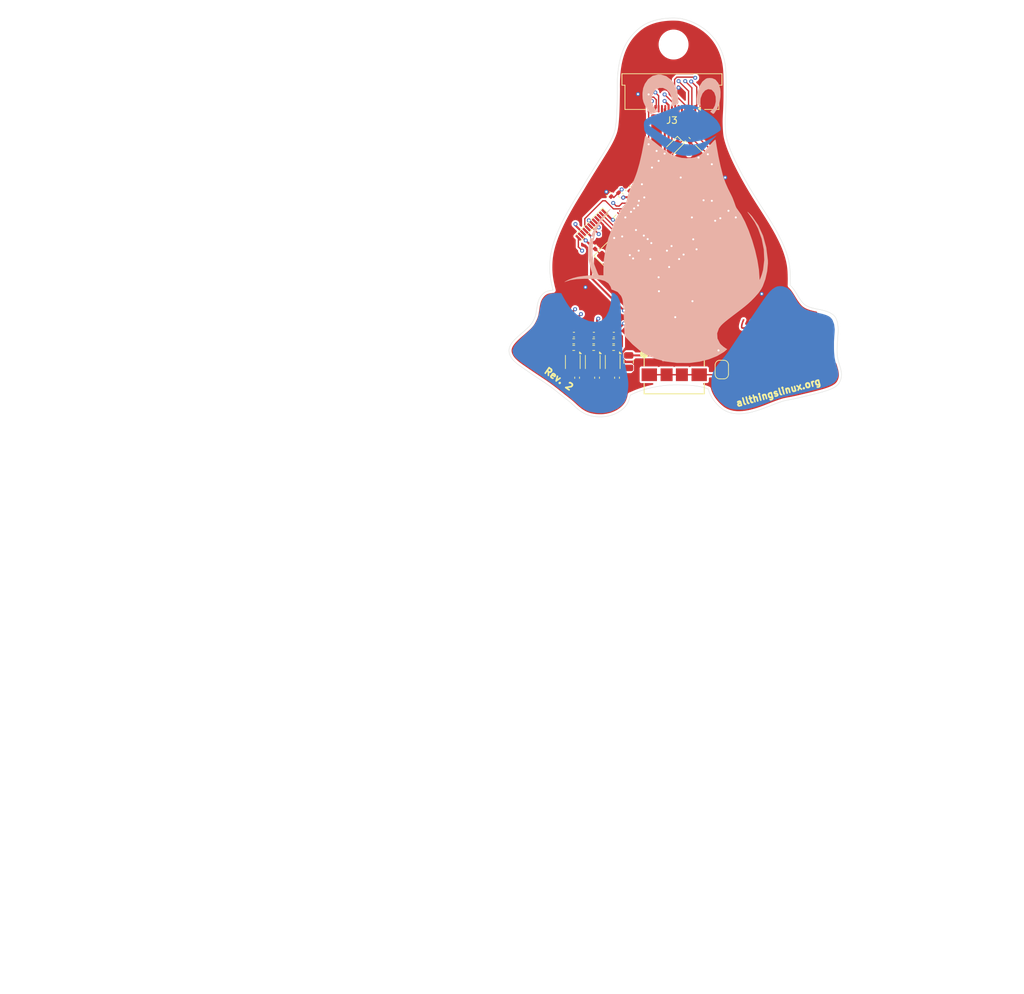
<source format=kicad_pcb>
(kicad_pcb (version 20241229) (generator "pcbnew") (generator_version "9.0")
  (title_block (title "Tux Keychain") (date "2025-05-20") (rev "2") (company "All Things Linux 501(c)(3)"))
  (layers (0 "F.Cu" mixed) (4 "In1.Cu" signal) (6 "In2.Cu" signal) (8 "In3.Cu" signal) (10 "In4.Cu" signal) (2 "B.Cu" signal) (13 "F.Paste" user) (15 "B.Paste" user) (5 "F.SilkS" user "F.Silkscreen") (7 "B.SilkS" user "B.Silkscreen") (1 "F.Mask" user) (3 "B.Mask" user) (25 "Edge.Cuts" user))
  (net 0 "")
  (net 1 "+5V")
  (net 2 "GND")
  (net 3 "+3V3")
  (net 4 "+2V6")
  (net 5 "+1V1")
  (net 6 "/CLKP")
  (net 7 "/CLKN")
  (net 8 "Net-(D1-K)")
  (net 9 "VBUS")
  (net 10 "D-")
  (net 11 "Net-(J1-Shield)")
  (net 13 "D+")
  (net 14 "Net-(U5-FB)")
  (net 15 "Net-(U7-FB)")
  (net 16 "Net-(U8-FB)")
  (net 17 "STATUS")
  (net 18 "Net-(Q2-D)")
  (net 19 "Net-(U4B-SVREF)")
  (net 20 "SPI_CS")
  (net 21 "~{RESET}")
  (net 22 "TVOUT")
  (net 25 "HPR")
  (net 26 "SPI1_CLK")
  (net 28 "SPI1_CS")
  (net 30 "SDC0_CMD{slash}JTAG_TDO")
  (net 31 "SPI1_MOSI")
  (net 34 "SPI_MISO")
  (net 35 "SDC0_D1{slash}JTAG_TMS")
  (net 36 "UART_RX")
  (net 37 "HPCOM")
  (net 41 "SDC0_D2{slash}JTAG_TCK")
  (net 43 "SPI_MOSI")
  (net 45 "SPI_CLK")
  (net 48 "SDC0_D0{slash}JTAG_TDI")
  (net 49 "SPI1_MISO")
  (net 58 "HPL")
  (net 59 "MICIN")
  (net 61 "SDA")
  (net 66 "SCL")
  (net 69 "SDC0_D3")
  (net 73 "UART_TX")
  (net 76 "SDC0_CLK")
  (footprint "Capacitor_SMD:C_0402_1005Metric" (layer "F.Cu") (at 104.75 105.805002 -90)
    (property "Reference" "C23" (hide yes))
    (property "Value" "2u2")
  )
  (footprint "Capacitor_SMD:C_0402_1005Metric" (layer "F.Cu") (at 98.27 99.325002 180)
    (property "Reference" "C20" (hide yes))
    (property "Value" "22u")
  )
  (footprint "LOGO" (layer "F.Cu") (at 124.5 102.2)
    (property "Reference" "G***" (hide yes))
    (property "Value" "LOGO" (hide yes))
  )
  (footprint "LED_SMD:LED_0603_1608Metric" (layer "F.Cu") (at 113.294284 71.066881 -135)
    (property "Reference" "D1" (hide yes))
    (property "Value" "LED (RED)")
  )
  (footprint "Jumper:SolderJumper-2_P1.3mm_Bridged_RoundedPad1.0x1.5mm" (layer "F.Cu") (at 120.5 104.579901 -90)
    (property "Reference" "JP1" (hide yes))
    (property "Value" "jumper")
  )
  (footprint "Capacitor_SMD:C_0402_1005Metric" (layer "F.Cu") (at 101.75 105.805002 -90)
    (property "Reference" "C21" (hide yes))
    (property "Value" "2u2")
  )
  (footprint "Capacitor_SMD:C_0402_1005Metric" (layer "F.Cu") (at 106.316907 77.365435 135)
    (property "Reference" "C13" (hide yes))
    (property "Value" "100n")
  )
  (footprint "tuxkeychain:Jushuo_AFC07-S15FCA-00_1x15-1MP_P0.50_Horizontal" (layer "F.Cu") (at 113 62.45 180)
    (property "Reference" "J3")
    (property "Value" "EXPANSION")
  )
  (footprint "Capacitor_SMD:C_0402_1005Metric" (layer "F.Cu") (at 112.839411 89.539411 -45)
    (property "Reference" "C6" (hide yes))
    (property "Value" "100n")
  )
  (footprint "LOGO" (layer "F.Cu") (at 129.5 103.95)
    (property "Reference" "G***" (hide yes))
    (property "Value" "LOGO" (hide yes))
  )
  (footprint "Capacitor_SMD:C_0402_1005Metric" (layer "F.Cu") (at 115.092102 87.625555 -45)
    (property "Reference" "C7" (hide yes))
    (property "Value" "100n")
  )
  (footprint "Capacitor_SMD:C_0402_1005Metric" (layer "F.Cu") (at 106.034065 89.287256 -135)
    (property "Reference" "C17" (hide yes))
    (property "Value" "30p")
  )
  (footprint "Capacitor_SMD:C_0402_1005Metric" (layer "F.Cu") (at 104.27 99.325002 180)
    (property "Reference" "C22" (hide yes))
    (property "Value" "22u")
  )
  (footprint "Crystal:Crystal_SMD_3225-4Pin_3.2x2.5mm" (layer "F.Cu") (at 103.933957 87.710408 -45)
    (property "Reference" "Y1" (hide yes))
    (property "Value" "24MHz")
  )
  (footprint "Capacitor_SMD:C_0402_1005Metric" (layer "F.Cu") (at 101.798496 86.098205 45)
    (property "Reference" "C18" (hide yes))
    (property "Value" "30p")
  )
  (footprint "Resistor_SMD:R_0402_1005Metric" (layer "F.Cu") (at 98.240001 100.325002)
    (property "Reference" "R13" (hide yes))
    (property "Value" "150k")
  )
  (footprint "tuxkeychain:SolderPads12" (layer "F.Cu") (at 100.883883 82.816117 -135)
    (property "Reference" "J5" (hide yes))
    (property "Value" "Solder Pads")
  )
  (footprint "Resistor_SMD:R_0402_1005Metric" (layer "F.Cu") (at 104.240001 100.325002)
    (property "Reference" "R15" (hide yes))
    (property "Value" "150k")
  )
  (footprint "Capacitor_SMD:C_0402_1005Metric" (layer "F.Cu") (at 116.980078 85.765864 -45)
    (property "Reference" "C8" (hide yes))
    (property "Value" "100n")
  )
  (footprint "Package_SON:WSON-6-1EP_2x2mm_P0.65mm_EP1x1.6mm" (layer "F.Cu") (at 104.1 103.437502 -90)
    (property "Reference" "U7" (hide yes))
    (property "Value" "TLV76701DRVx")
  )
  (footprint "Resistor_SMD:R_0402_1005Metric" (layer "F.Cu") (at 115.389087 70.032738 135)
    (property "Reference" "R10" (hide yes))
    (property "Value" "120")
  )
  (footprint "Symbol:OSHW-Symbol_6.7x6mm_Copper" (layer "F.Cu") (at 125.75 106.2)
    (property "Reference" "REF**" (hide yes))
    (property "Value" "OSHW-Symbol_6.7x6mm_Copper" (hide yes))
  )
  (footprint "Capacitor_SMD:C_0402_1005Metric" (layer "F.Cu") (at 105.185536 84.903194 -135)
    (property "Reference" "C5" (hide yes))
    (property "Value" "100n")
  )
  (footprint "Button_Switch_SMD:SW_SPST_B3U-1000P" (layer "F.Cu") (at 118 90.2 -45)
    (property "Reference" "SW1" (hide yes))
    (property "Value" "B3U-1000P")
  )
  (footprint "tuxkeychain:CONN_10104111-0001LF_AMP" (layer "F.Cu") (at 113.35 105.2299)
    (property "Reference" "J1" (hide yes))
    (property "Value" "Amphenol_10104111")
  )
  (footprint "LOGO" (layer "F.Cu") (at 128.735468 100.826499 -90)
    (property "Reference" "G***" (hide yes))
    (property "Value" "LOGO" (hide yes))
  )
  (footprint "Package_TO_SOT_SMD:SOT-23" (layer "F.Cu") (at 115.928256 72.410385 135)
    (property "Reference" "Q2" (hide yes))
    (property "Value" "2N7002")
  )
  (footprint "Capacitor_SMD:C_0402_1005Metric" (layer "F.Cu") (at 98.75 105.805002 -90)
    (property "Reference" "C19" (hide yes))
    (property "Value" "2u2")
  )
  (footprint "Capacitor_SMD:C_0402_1005Metric" (layer "F.Cu") (at 114.420351 88.297306 -45)
    (property "Reference" "C14" (hide yes))
    (property "Value" "100n")
  )
  (footprint "Resistor_SMD:R_0402_1005Metric" (layer "F.Cu") (at 110.490001 92.7)
    (property "Reference" "R9" (hide yes))
    (property "Value" "3k3")
  )
  (footprint "Capacitor_SMD:C_0402_1005Metric" (layer "F.Cu") (at 106.988659 76.693684 135)
    (property "Reference" "C16" (hide yes))
    (property "Value" "1u")
  )
  (footprint "Resistor_SMD:R_0402_1005Metric" (layer "F.Cu") (at 101.240001 101.325002)
    (property "Reference" "R18" (hide yes))
    (property "Value" "330k")
  )
  (footprint "Capacitor_SMD:C_0402_1005Metric" (layer "F.Cu") (at 101.27 99.325002 180)
    (property "Reference" "C24" (hide yes))
    (property "Value" "22u")
  )
  (footprint "Resistor_SMD:R_0402_1005Metric" (layer "F.Cu") (at 98.240001 101.325002)
    (property "Reference" "R14" (hide yes))
    (property "Value" "470k")
  )
  (footprint "Package_SO:SOIC-8_5.3x5.3mm_P1.27mm" (layer "F.Cu") (at 112.5 96.2)
    (property "Reference" "U6" (hide yes))
    (property "Value" "W25Q128JVS")
  )
  (footprint "Capacitor_SMD:C_0402_1005Metric" (layer "F.Cu") (at 107.731121 75.951222 135)
    (property "Reference" "C15" (hide yes))
    (property "Value" "1u")
  )
  (footprint "Resistor_SMD:R_0402_1005Metric" (layer "F.Cu") (at 114.681981 75.336039 -135)
    (property "Reference" "R11" (hide yes))
    (property "Value" "49k9")
  )
  (footprint "tuxkeychain:QFN-88_EP_10x10_Pitch0.4mm" (layer "F.Cu") (at 111.5 81.7 -135)
    (property "Reference" "U4" (hide yes))
    (property "Value" "F1C100s")
  )
  (footprint "Resistor_SMD:R_0402_1005Metric" (layer "F.Cu") (at 105.326958 78.355385 135)
    (property "Reference" "R7" (hide yes))
    (property "Value" "2k2")
  )
  (footprint "Capacitor_SMD:C_0402_1005Metric" (layer "F.Cu") (at 113.28898 73.971323 45)
    (property "Reference" "C12" (hide yes))
    (property "Value" "100n")
  )
  (footprint "Fuse:Fuse_0805_2012Metric" (layer "F.Cu") (at 106.5 103.387501 -90)
    (property "Reference" "F1" (hide yes))
    (property "Value" "SMD0805B050TF")
  )
  (footprint "Package_SON:WSON-6-1EP_2x2mm_P0.65mm_EP1x1.6mm" (layer "F.Cu") (at 101.1 103.437502 -90)
    (property "Reference" "U8" (hide yes))
    (property "Value" "TLV76701DRVx")
  )
  (footprint "Capacitor_SMD:C_0402_1005Metric" (layer "F.Cu") (at 118.097306 78.779649 45)
    (property "Reference" "C3" (hide yes))
    (property "Value" "2u2")
  )
  (footprint "Resistor_SMD:R_0402_1005Metric" (layer "F.Cu") (at 104.240001 101.325002)
    (property "Reference" "R16" (hide yes))
    (property "Value" "56k")
  )
  (footprint "Resistor_SMD:R_0402_1005Metric" (layer "F.Cu") (at 103.5 78.2 135)
    (property "Reference" "R8" (hide yes))
    (property "Value" "2k2")
  )
  (footprint "Resistor_SMD:R_0402_1005Metric" (layer "F.Cu") (at 101.240001 100.325002)
    (property "Reference" "R17" (hide yes))
    (property "Value" "150k")
  )
  (footprint "Capacitor_SMD:C_0402_1005Metric" (layer "F.Cu") (at 113.960732 74.643074 45)
    (property "Reference" "C4" (hide yes))
    (property "Value" "100n")
  )
  (footprint "LOGO" (layer "F.Cu") (at 135 98.45)
    (property "Reference" "G***" (hide yes))
    (property "Value" "LOGO" (hide yes))
  )
  (footprint "Package_SON:WSON-6-1EP_2x2mm_P0.65mm_EP1x1.6mm" (layer "F.Cu") (at 98.1 103.437502 -90)
    (property "Reference" "U5" (hide yes))
    (property "Value" "TLV76701DRVx")
  )
  (footprint "LOGO" (layer "F.Cu") (at 134.75 103.45)
    (property "Reference" "G***" (hide yes))
    (property "Value" "LOGO" (hide yes))
  )
  (footprint "Resistor_SMD:R_0402_1005Metric" (layer "F.Cu") (at 115.75 86.95 135)
    (property "Reference" "R12" (hide yes))
    (property "Value" "49k9")
  )
  (footprint "Graphics" (layer "B.Cu") (at 138.5 51.7 180)
    (property "Reference" "GRAPHIC3" (hide yes))
    (property "Value" "")
  )
  (footprint "Graphics" (layer "B.Cu") (at 138.5 51.7 180)
    (property "Reference" "GRAPHIC2" (hide yes))
    (property "Value" "")
  )
  (footprint "DrillHole" (layer "B.Cu") (at 113.25 55.7 180)
    (property "Reference" "GRAPHIC1" (hide yes))
    (property "Value" "")
  )
  (gr_poly (pts (xy 112.971 51.702) (xy 113.289 51.7) (xy 113.576 51.707) (xy 113.828 51.719) (xy 114.042 51.735) (xy 114.043 51.735) (xy 114.182 51.752) (xy 114.355 51.78) (xy 114.558 51.821) (xy 114.789 51.876) (xy 115.044 51.946) (xy 115.322 52.032) (xy 115.619 52.136) (xy 115.932 52.258) (xy 116.258 52.399) (xy 116.594 52.561) (xy 116.938 52.745) (xy 117.286 52.952) (xy 117.636 53.183) (xy 117.985 53.438) (xy 118.33 53.72) (xy 118.667 54.029) (xy 118.995 54.366) (xy 119.309 54.733) (xy 119.608 55.13) (xy 119.888 55.559) (xy 120.147 56.02) (xy 120.231 56.189) (xy 120.425 56.61) (xy 120.598 57.055) (xy 120.751 57.525) (xy 120.881 58.022) (xy 120.986 58.545) (xy 121.065 59.095) (xy 121.115 59.673) (xy 121.135 60.16) (xy 121.145 60.752) (xy 121.152 61.303) (xy 121.157 61.816) (xy 121.159 62.292) (xy 121.159 62.734) (xy 121.158 63.142) (xy 121.154 63.52) (xy 121.149 63.869) (xy 121.143 64.191) (xy 121.135 64.488) (xy 121.127 64.762) (xy 121.117 65.016) (xy 121.107 65.25) (xy 121.097 65.467) (xy 121.087 65.669) (xy 121.076 65.857) (xy 121.066 66.035) (xy 121.056 66.203) (xy 121.047 66.364) (xy 121.039 66.52) (xy 121.032 66.672) (xy 121.026 66.823) (xy 121.021 66.975) (xy 121.018 67.129) (xy 121.017 67.287) (xy 121.018 67.452) (xy 121.021 67.625) (xy 121.026 67.809) (xy 121.034 68.005) (xy 121.045 68.215) (xy 121.059 68.442) (xy 121.076 68.686) (xy 121.097 68.951) (xy 121.103 69.023) (xy 121.145 69.365) (xy 121.217 69.735) (xy 121.315 70.127) (xy 121.438 70.54) (xy 121.584 70.972) (xy 121.749 71.418) (xy 121.934 71.877) (xy 122.133 72.346) (xy 122.347 72.822) (xy 122.572 73.302) (xy 122.682 73.528) (xy 122.936 74.039) (xy 123.197 74.546) (xy 123.461 75.046) (xy 123.727 75.537) (xy 123.991 76.013) (xy 124.251 76.473) (xy 124.505 76.913) (xy 124.749 77.33) (xy 124.981 77.72) (xy 125.199 78.08) (xy 125.4 78.407) (xy 125.449 78.487) (xy 125.945 79.274) (xy 126.455 80.069) (xy 126.969 80.87) (xy 127.482 81.678) (xy 127.984 82.49) (xy 128.468 83.308) (xy 128.926 84.131) (xy 129.35 84.957) (xy 129.402 85.065) (xy 129.688 85.677) (xy 129.947 86.292) (xy 130.177 86.907) (xy 130.374 87.524) (xy 130.536 88.142) (xy 130.66 88.761) (xy 130.684 88.913) (xy 130.737 89.346) (xy 130.775 89.809) (xy 130.798 90.295) (xy 130.81 90.797) (xy 130.81 91.305) (xy 130.802 91.812) (xy 130.799 91.933) (xy 131.037 92.171) (xy 131.254 92.436) (xy 131.457 92.724) (xy 131.652 93.027) (xy 131.843 93.34) (xy 132.038 93.658) (xy 132.242 93.974) (xy 132.462 94.284) (xy 132.703 94.58) (xy 132.738 94.619) (xy 132.918 94.788) (xy 133.13 94.933) (xy 133.369 95.059) (xy 133.633 95.167) (xy 133.919 95.261) (xy 134.224 95.344) (xy 134.546 95.419) (xy 134.881 95.489) (xy 135.228 95.558) (xy 135.304 95.574) (xy 135.593 95.636) (xy 135.88 95.71) (xy 136.162 95.796) (xy 136.433 95.895) (xy 136.69 96.005) (xy 136.927 96.128) (xy 137.14 96.263) (xy 137.325 96.411) (xy 137.477 96.571) (xy 137.561 96.69) (xy 137.666 96.886) (xy 137.787 97.168) (xy 137.875 97.471) (xy 137.935 97.792) (xy 137.971 98.13) (xy 137.986 98.481) (xy 137.984 98.845) (xy 137.969 99.219) (xy 137.945 99.6) (xy 137.916 99.986) (xy 137.885 100.376) (xy 137.857 100.766) (xy 137.836 101.156) (xy 137.824 101.542) (xy 137.826 101.923) (xy 137.847 102.296) (xy 137.889 102.66) (xy 137.956 103.011) (xy 137.958 103.019) (xy 138.052 103.377) (xy 138.154 103.729) (xy 138.257 104.074) (xy 138.352 104.411) (xy 138.43 104.742) (xy 138.482 105.065) (xy 138.5 105.347) (xy 138.49 105.572) (xy 138.457 105.803) (xy 138.395 106.042) (xy 138.3 106.292) (xy 138.169 106.552) (xy 138.168 106.553) (xy 138.032 106.752) (xy 137.858 106.936) (xy 137.648 107.106) (xy 137.401 107.264) (xy 137.121 107.412) (xy 136.807 107.551) (xy 136.462 107.683) (xy 136.425 107.696) (xy 135.991 107.839) (xy 135.517 107.978) (xy 135.006 108.116) (xy 134.458 108.255) (xy 133.876 108.397) (xy 133.364 108.521) (xy 132.945 108.621) (xy 131.997 108.847) (xy 131.306 108.998) (xy 131.095 109.042) (xy 130.919 109.077) (xy 130.769 109.105) (xy 130.64 109.129) (xy 130.562 109.143) (xy 130.426 109.168) (xy 130.297 109.192) (xy 130.173 109.217) (xy 130.051 109.243) (xy 129.927 109.271) (xy 129.799 109.304) (xy 129.663 109.342) (xy 129.516 109.385) (xy 129.356 109.436) (xy 129.18 109.496) (xy 128.984 109.565) (xy 128.765 109.644) (xy 128.52 109.736) (xy 128.247 109.84) (xy 127.942 109.959) (xy 127.603 110.093) (xy 127.431 110.161) (xy 126.879 110.377) (xy 126.29 110.591) (xy 125.798 110.753) (xy 125.379 110.879) (xy 124.949 110.993) (xy 124.511 111.09) (xy 124.069 111.166) (xy 123.623 111.218) (xy 123.178 111.242) (xy 122.735 111.233) (xy 122.297 111.188) (xy 122.138 111.161) (xy 121.782 111.08) (xy 121.434 110.967) (xy 121.098 110.822) (xy 120.774 110.64) (xy 120.463 110.421) (xy 120.441 110.404) (xy 120.097 110.107) (xy 119.767 109.776) (xy 119.459 109.421) (xy 119.181 109.049) (xy 119.04 108.835) (xy 118.831 108.47) (xy 118.775 108.357) (xy 118.623 108.009) (xy 118.595 107.932) (xy 118.495 107.607) (xy 118.476 107.526) (xy 118.373 107.476) (xy 118.25 107.425) (xy 118.105 107.371) (xy 117.938 107.317) (xy 117.747 107.262) (xy 117.53 107.208) (xy 117.286 107.156) (xy 117.013 107.106) (xy 116.71 107.059) (xy 116.375 107.015) (xy 116.007 106.976) (xy 115.603 106.943) (xy 115.163 106.915) (xy 114.685 106.894) (xy 114.168 106.881) (xy 113.93 106.878) (xy 113.338 106.882) (xy 112.765 106.906) (xy 112.212 106.946) (xy 111.681 107.003) (xy 111.172 107.072) (xy 110.686 107.153) (xy 110.224 107.244) (xy 109.787 107.342) (xy 109.376 107.446) (xy 108.991 107.553) (xy 108.633 107.663) (xy 108.304 107.772) (xy 108.003 107.878) (xy 107.733 107.981) (xy 107.494 108.078) (xy 107.286 108.166) (xy 107.111 108.245) (xy 106.969 108.311) (xy 106.862 108.364) (xy 106.79 108.401) (xy 106.754 108.42) (xy 106.75 108.423) (xy 106.748 108.39) (xy 106.665 108.784) (xy 106.612 108.978) (xy 106.49 109.315) (xy 106.334 109.634) (xy 106.272 109.739) (xy 106.087 110.004) (xy 105.866 110.261) (xy 105.7 110.427) (xy 105.405 110.678) (xy 105.071 110.912) (xy 104.785 111.08) (xy 104.408 111.261) (xy 104 111.416) (xy 103.685 111.51) (xy 103.261 111.606) (xy 102.813 111.67) (xy 102.498 111.694) (xy 102.037 111.7) (xy 101.56 111.67) (xy 101.262 111.633) (xy 100.878 111.561) (xy 100.524 111.466) (xy 100.197 111.349) (xy 99.895 111.213) (xy 99.612 111.059) (xy 99.495 110.988) (xy 99.143 110.745) (xy 98.817 110.483) (xy 98.505 110.208) (xy 98.25 109.974) (xy 98.238 109.963) (xy 97.883 109.638) (xy 97.509 109.322) (xy 97.428 109.259) (xy 97.088 108.996) (xy 96.887 108.837) (xy 96.733 108.716) (xy 96.605 108.614) (xy 96.495 108.527) (xy 96.396 108.447) (xy 96.353 108.412) (xy 95.587 107.801) (xy 95.048 107.382) (xy 94.475 106.958) (xy 93.87 106.534) (xy 93.582 106.343) (xy 93.159 106.065) (xy 92.718 105.772) (xy 92.307 105.498) (xy 91.61 105.028) (xy 90.962 104.582) (xy 90.717 104.414) (xy 90.46 104.238) (xy 90.197 104.053) (xy 89.934 103.858) (xy 89.677 103.654) (xy 89.431 103.44) (xy 89.202 103.215) (xy 88.997 102.98) (xy 88.822 102.733) (xy 88.692 102.495) (xy 88.595 102.27) (xy 88.53 102.036) (xy 88.5 101.792) (xy 88.502 101.625) (xy 88.538 101.385) (xy 88.612 101.15) (xy 88.722 100.918) (xy 88.862 100.688) (xy 89.03 100.461) (xy 89.221 100.237) (xy 89.431 100.015) (xy 89.658 99.794) (xy 89.895 99.575) (xy 90.141 99.358) (xy 90.391 99.141) (xy 90.641 98.925) (xy 90.747 98.833) (xy 91.003 98.608) (xy 91.252 98.383) (xy 91.487 98.158) (xy 91.701 97.932) (xy 91.885 97.705) (xy 92.008 97.521) (xy 92.121 97.32) (xy 92.235 97.096) (xy 92.343 96.861) (xy 92.437 96.623) (xy 92.51 96.394) (xy 92.548 96.233) (xy 92.611 95.862) (xy 92.665 95.511) (xy 92.715 95.18) (xy 92.769 94.866) (xy 92.834 94.568) (xy 92.917 94.284) (xy 93.023 94.012) (xy 93.162 93.751) (xy 93.249 93.617) (xy 93.417 93.395) (xy 93.584 93.212) (xy 93.754 93.062) (xy 93.931 92.944) (xy 94.119 92.851) (xy 94.322 92.781) (xy 94.544 92.729) (xy 94.789 92.691) (xy 94.829 92.687) (xy 95.133 92.643) (xy 95.007 92.145) (xy 94.9 91.679) (xy 94.812 91.238) (xy 94.743 90.818) (xy 94.69 90.412) (xy 94.653 90.014) (xy 94.632 89.62) (xy 94.625 89.222) (xy 94.63 88.817) (xy 94.648 88.397) (xy 94.652 88.34) (xy 94.707 87.738) (xy 94.801 87.128) (xy 94.933 86.509) (xy 95.1 85.881) (xy 95.3 85.246) (xy 95.531 84.603) (xy 95.79 83.954) (xy 96.077 83.299) (xy 96.388 82.638) (xy 96.721 81.972) (xy 97.075 81.301) (xy 97.446 80.626) (xy 97.834 79.948) (xy 98.236 79.267) (xy 98.65 78.583) (xy 99.073 77.897) (xy 99.397 77.38) (xy 99.784 76.734) (xy 100.172 76.097) (xy 100.558 75.472) (xy 100.939 74.862) (xy 101.312 74.267) (xy 101.675 73.692) (xy 102.025 73.137) (xy 102.36 72.606) (xy 102.675 72.1) (xy 102.969 71.622) (xy 103.238 71.175) (xy 103.262 71.134) (xy 103.463 70.785) (xy 103.642 70.462) (xy 103.802 70.159) (xy 103.945 69.867) (xy 104.076 69.578) (xy 104.197 69.285) (xy 104.312 68.981) (xy 104.338 68.907) (xy 104.403 68.691) (xy 104.461 68.435) (xy 104.514 68.137) (xy 104.561 67.798) (xy 104.603 67.418) (xy 104.64 66.996) (xy 104.672 66.532) (xy 104.7 66.027) (xy 104.724 65.48) (xy 104.744 64.891) (xy 104.76 64.259) (xy 104.774 63.586) (xy 104.784 62.87) (xy 104.79 62.418) (xy 104.783 61.703) (xy 104.797 61.022) (xy 104.833 60.376) (xy 104.887 59.763) (xy 104.961 59.182) (xy 105.053 58.631) (xy 105.162 58.11) (xy 105.287 57.618) (xy 105.428 57.153) (xy 105.584 56.714) (xy 105.753 56.3) (xy 105.936 55.91) (xy 106.131 55.543) (xy 106.338 55.198) (xy 106.555 54.873) (xy 106.782 54.567) (xy 107.018 54.28) (xy 107.262 54.009) (xy 107.513 53.755) (xy 107.771 53.515) (xy 108.035 53.29) (xy 108.214 53.145) (xy 108.591 52.875) (xy 108.986 52.64) (xy 109.394 52.437) (xy 109.811 52.264) (xy 110.234 52.119) (xy 110.657 52) (xy 111.078 51.905) (xy 111.492 51.83) (xy 111.895 51.775) (xy 112.283 51.737) (xy 112.651 51.713) (xy 112.971 51.702)) (stroke (width 0.05)) (fill no) (layer "Edge.Cuts"))
  (gr_text "allthingslinux.org\n" (at 129 108 15) (layer "F.SilkS") (effects (font (size 1 1) (thickness 0.25) (bold yes))))
  (gr_text "Rev. ${REVISION}" (at 96 106 325) (layer "F.SilkS") (effects (font (size 1 1) (thickness 0.25) (bold yes))))
  (segment (start 97.45 104.325002) (end 97.45 104.775002) (width 0.3) (layer "F.Cu") (net 1))
  (segment (start 104 105.325002) (end 104.75 105.325002) (width 0.3) (layer "F.Cu") (net 1))
  (segment (start 103.45 104.325002) (end 103.45 104.775002) (width 0.3) (layer "F.Cu") (net 1))
  (segment (start 106.5 104.325002) (end 104.75 104.325002) (width 0.3) (layer "F.Cu") (net 1))
  (segment (start 96.75 97.2) (end 98.447343 95.502657) (width 0.3) (layer "F.Cu") (net 1))
  (segment (start 97.45 104.325002) (end 96.875002 104.325002) (width 0.3) (layer "F.Cu") (net 1))
  (segment (start 104.75 104.325002) (end 104.75 105.325002) (width 0.3) (layer "F.Cu") (net 1))
  (segment (start 101.75 105.325002) (end 101.75 104.325002) (width 0.3) (layer "F.Cu") (net 1))
  (segment (start 98.75 105.325002) (end 98.75 104.325002) (width 0.3) (layer "F.Cu") (net 1))
  (segment (start 96.875002 104.325002) (end 96.75 104.2) (width 0.3) (layer "F.Cu") (net 1))
  (segment (start 103.45 104.775002) (end 104 105.325002) (width 0.3) (layer "F.Cu") (net 1))
  (segment (start 101 84.7) (end 100 83.7) (width 0.3) (layer "F.Cu") (net 1))
  (segment (start 97.45 104.775002) (end 98 105.325002) (width 0.3) (layer "F.Cu") (net 1))
  (segment (start 101.75 104.325002) (end 103.45 104.325002) (width 0.3) (layer "F.Cu") (net 1))
  (segment (start 101 105.325002) (end 101.75 105.325002) (width 0.3) (layer "F.Cu") (net 1))
  (segment (start 98 105.325002) (end 98.75 105.325002) (width 0.3) (layer "F.Cu") (net 1))
  (segment (start 98.75 104.325002) (end 100.45 104.325002) (width 0.3) (layer "F.Cu") (net 1))
  (segment (start 111.928 72.072) (end 111.928 65.422) (width 0.3) (layer "F.Cu") (net 1))
  (segment (start 100.45 104.325002) (end 100.45 104.775002) (width 0.3) (layer "F.Cu") (net 1))
  (segment (start 96.75 104.2) (end 96.75 97.2) (width 0.3) (layer "F.Cu") (net 1))
  (segment (start 111.9 72.1) (end 111.928 72.072) (width 0.3) (layer "F.Cu") (net 1))
  (segment (start 111.928 65.422) (end 112 65.35) (width 0.3) (layer "F.Cu") (net 1))
  (segment (start 100.45 104.775002) (end 101 105.325002) (width 0.3) (layer "F.Cu") (net 1))
  (via (at 98.447343 95.502657) (size 0.6) (drill 0.3) (layers "F.Cu" "B.Cu") (net 1))
  (via (at 101 84.7) (size 0.6) (drill 0.3) (layers "F.Cu" "B.Cu") (net 1))
  (via (at 111.9 72.1) (size 0.6) (drill 0.3) (layers "F.Cu" "B.Cu") (net 1))
  (segment (start 117.26292 72.401546) (end 117.232233 72.432233) (width 0.3) (layer "F.Cu") (net 2))
  (segment (start 105.694654 89.626667) (end 104.648135 89.626667) (width 0.3) (layer "F.Cu") (net 2))
  (segment (start 98.1 103.437502) (end 104.1 103.437502) (width 0.3) (layer "F.Cu") (net 2))
  (segment (start 116 81.7) (end 111.5 81.7) (width 0.3) (layer "F.Cu") (net 2))
  (segment (start 111.5 83.6403) (end 113.994673 86.134974) (width 0.3) (layer "F.Cu") (net 2))
  (segment (start 107.451 103.869566) (end 107.451 104.780438) (width 0.3) (layer "F.Cu") (net 2))
  (segment (start 117.368986 82.76066) (end 112.56066 82.76066) (width 0.3) (layer "F.Cu") (net 2))
  (segment (start 117.368986 82.76066) (end 117.086144 83.043503) (width 0.3) (layer "F.Cu") (net 2))
  (segment (start 116.844847 72.819619) (end 114.440684 72.819619) (width 0.3) (layer "F.Cu") (net 2))
  (segment (start 105.549 102.905436) (end 105.549 101.994564) (width 0.3) (layer "F.Cu") (net 2))
  (segment (start 103.209002 99.906) (end 103.79 99.325002) (width 0.3) (layer "F.Cu") (net 2))
  (segment (start 117.319489 86.105275) (end 119.202082 87.987868) (width 0.3) (layer "F.Cu") (net 2))
  (segment (start 101.767766 81.932234) (end 102.651 82.815468) (width 0.3) (layer "F.Cu") (net 2))
  (segment (start 98.1 103.437502) (end 97.209002 102.546504) (width 0.3) (layer "F.Cu") (net 2))
  (segment (start 104.150717 76.828035) (end 105.779507 76.828035) (width 0.3) (layer "F.Cu") (net 2))
  (segment (start 97.209002 99.906) (end 97.79 99.325002) (width 0.3) (layer "F.Cu") (net 2))
  (segment (start 103.79 98.724239) (end 103.79 99.325002) (width 0.3) (layer "F.Cu") (net 2))
  (segment (start 107.018936 103.437502) (end 107.451 103.869566) (width 0.3) (layer "F.Cu") (net 2))
  (segment (start 112.56066 82.76066) (end 111.5 81.7) (width 0.3) (layer "F.Cu") (net 2))
  (segment (start 104.75 100.285002) (end 103.79 99.325002) (width 0.3) (layer "F.Cu") (net 2))
  (segment (start 114.65 102.5097) (end 114.65 103.263399) (width 0.3) (layer "F.Cu") (net 2))
  (segment (start 104.1 103.437502) (end 107.018936 103.437502) (width 0.3) (layer "F.Cu") (net 2))
  (segment (start 110.156497 87.286144) (end 111.887053 89.0167) (width 0.3) (layer "F.Cu") (net 2))
  (segment (start 117.525127 91.402082) (end 114.759762 88.636717) (width 0.3) (layer "F.Cu") (net 2))
  (segment (start 105.518227 96.996012) (end 103.79 98.724239) (width 0.3) (layer "F.Cu") (net 2))
  (segment (start 105.694654 89.626667) (end 107.5 91.432013) (width 0.3) (layer "F.Cu") (net 2))
  (segment (start 105.946436 106.285002) (end 104.75 106.285002) (width 0.3) (layer "F.Cu") (net 2))
  (segment (start 100.209002 99.906) (end 100.79 99.325002) (width 0.3) (layer "F.Cu") (net 2))
  (segment (start 105.549 101.994564) (end 108.9125 98.631064) (width 0.3) (layer "F.Cu") (net 2))
  (segment (start 114.300143 74.303663) (end 113.628391 73.631912) (width 0.3) (layer "F.Cu") (net 2))
  (segment (start 111.5 81.7) (end 111.5 83.6403) (width 0.3) (layer "F.Cu") (net 2))
  (segment (start 98.75 100.285002) (end 97.79 99.325002) (width 0.3) (layer "F.Cu") (net 2))
  (segment (start 119.202082 87.987868) (end 119.202082 91.402082) (width 0.3) (layer "F.Cu") (net 2))
  (segment (start 108.9125 98.105) (end 107.166523 98.105) (width 0.3) (layer "F.Cu") (net 2))
  (segment (start 107.451 104.780438) (end 105.946436 106.285002) (width 0.3) (layer "F.Cu") (net 2))
  (segment (start 114.759762 88.636717) (end 115.431513 87.964966) (width 0.3) (layer "F.Cu") (net 2))
  (segment (start 107.166523 98.105) (end 106.057535 96.996012) (width 0.3) (layer "F.Cu") (net 2))
  (segment (start 107.5 91.432013) (end 107.5 97.771523) (width 0.3) (layer "F.Cu") (net 2))
  (segment (start 102.651 82.815468) (end 102.651 85.245701) (width 0.3) (layer "F.Cu") (net 2))
  (segment (start 116.070202 103.929902) (end 114.65 102.5097) (width 0.3) (layer "F.Cu") (net 2))
  (segment (start 106.057535 96.996012) (end 105.518227 96.996012) (width 0.3) (layer "F.Cu") (net 2))
  (segment (start 112.385448 89.878822) (end 113.178822 89.878822) (width 0.3) (layer "F.Cu") (net 2))
  (segment (start 107.39171 75.611811) (end 105.977496 77.026024) (width 0.3) (layer "F.Cu") (net 2))
  (segment (start 103.139376 77.839376) (end 104.150717 76.828035) (width 0.3) (layer "F.Cu") (net 2))
  (segment (start 120.5 103.929902) (end 116.070202 103.929902) (width 0.3) (layer "F.Cu") (net 2))
  (segment (start 104.771262 85.242605) (end 104.323948 84.795291) (width 0.3) (layer "F.Cu") (net 2))
  (segment (start 111.887053 89.380427) (end 112.385448 89.878822) (width 0.3) (layer "F.Cu") (net 2))
  (segment (start 119.202082 91.402082) (end 117.525127 91.402082) (width 0.3) (layer "F.Cu") (net 2))
  (segment (start 117.651829 80.922183) (end 116.874012 81.7) (width 0.3) (layer "F.Cu") (net 2))
  (segment (start 103.209002 102.546504) (end 103.209002 99.906) (width 0.3) (layer "F.Cu") (net 2))
  (segment (start 114.65 103.263399) (end 114.454199 103.4592) (width 0.3) (layer "F.Cu") (net 2))
  (segment (start 104.1 103.437502) (end 103.209002 102.546504) (width 0.3) (layer "F.Cu") (net 2))
  (segment (start 108.9125 98.631064) (end 108.9125 98.105) (width 0.3) (layer "F.Cu") (net 2))
  (segment (start 104.75 100.325002) (end 104.75 100.285002) (width 0.3) (layer "F.Cu") (net 2))
  (segment (start 102.651 85.245701) (end 102.137907 85.758794) (width 0.3) (layer "F.Cu") (net 2))
  (segment (start 117.086144 83.043503) (end 116.803301 83.326346) (width 0.3) (layer "F.Cu") (net 2))
  (segment (start 111.5 66.7) (end 111 67.2) (width 0.3) (layer "F.Cu") (net 2))
  (segment (start 101.75 100.285002) (end 100.79 99.325002) (width 0.3) (layer "F.Cu") (net 2))
  (segment (start 101.1 103.437502) (end 100.209002 102.546504) (width 0.3) (layer "F.Cu") (net 2))
  (segment (start 105.779507 76.828035) (end 105.977496 77.026024) (width 0.3) (layer "F.Cu") (net 2))
  (segment (start 98.1 104.325002) (end 98.1 103.437502) (width 0.3) (layer "F.Cu") (net 2))
  (segment (start 116.237615 83.892031) (end 114.045584 81.7) (width 0.3) (layer "F.Cu") (net 2))
  (segment (start 104.846125 85.242605) (end 104.771262 85.242605) (width 0.3) (layer "F.Cu") (net 2))
  (segment (start 114.045584 81.7) (end 111.5 81.7) (width 0.3) (layer "F.Cu") (net 2))
  (segment (start 111.5 65.35) (end 111.5 66.7) (width 0.3) (layer "F.Cu") (net 2))
  (segment (start 104.75 106.285002) (end 98.75 106.285002) (width 0.3) (layer "F.Cu") (net 2))
  (segment (start 117.232233 72.432233) (end 116.844847 72.819619) (width 0.3) (layer "F.Cu") (net 2))
  (segment (start 104.648135 89.626667) (end 104.110734 89.089266) (width 0.3) (layer "F.Cu") (net 2))
  (segment (start 111.887053 89.0167) (end 111.887053 89.380427) (width 0.3) (layer "F.Cu") (net 2))
  (segment (start 101.75 100.325002) (end 101.75 100.285002) (width 0.3) (layer "F.Cu") (net 2))
  (segment (start 114.440684 72.819619) (end 113.628391 73.631912) (width 0.3) (layer "F.Cu") (net 2))
  (segment (start 104.1 104.325002) (end 104.1 103.437502) (width 0.3) (layer "F.Cu") (net 2))
  (segment (start 107.5 97.771523) (end 107.166523 98.105) (width 0.3) (layer "F.Cu") (net 2))
  (segment (start 97.209002 102.546504) (end 97.209002 99.906) (width 0.3) (layer "F.Cu") (net 2))
  (segment (start 106.102764 103.4592) (end 105.549 102.905436) (width 0.3) (layer "F.Cu") (net 2))
  (segment (start 101.1 104.325002) (end 101.1 103.437502) (width 0.3) (layer "F.Cu") (net 2))
  (segment (start 116.874012 81.7) (end 116 81.7) (width 0.3) (layer "F.Cu") (net 2))
  (segment (start 114.454199 103.4592) (end 106.102764 103.4592) (width 0.3) (layer "F.Cu") (net 2))
  (segment (start 98.75 100.325002) (end 98.75 100.285002) (width 0.3) (layer "F.Cu") (net 2))
  (segment (start 100.209002 102.546504) (end 100.209002 99.906) (width 0.3) (layer "F.Cu") (net 2))
  (via (at 121 75.7) (size 0.6) (drill 0.3) (layers "F.Cu" "B.Cu") (net 2))
  (via (at 119 79.2) (size 0.6) (drill 0.3) (layers "F.Cu" "B.Cu") (net 2))
  (via (at 100 92.2) (size 0.6) (drill 0.3) (layers "F.Cu" "B.Cu") (net 2))
  (via (at 103.139376 77.839376) (size 0.6) (drill 0.3) (layers "F.Cu" "B.Cu") (net 2))
  (via (at 107.9 63.15) (size 0.6) (drill 0.3) (layers "F.Cu" "B.Cu") (net 2))
  (via (at 111 73.2) (size 0.6) (drill 0.3) (layers "F.Cu" "B.Cu") (net 2))
  (via (at 120 101.7) (size 0.6) (drill 0.3) (layers "F.Cu" "B.Cu") (net 2))
  (via (at 114 62.2) (size 0.6) (drill 0.3) (layers "F.Cu" "B.Cu") (net 2))
  (via (at 117 72.7) (size 0.6) (drill 0.3) (layers "F.Cu" "B.Cu") (net 2))
  (via (at 111 90.7) (size 0.6) (drill 0.3) (layers "F.Cu" "B.Cu") (net 2))
  (via (at 113.5 96.7) (size 0.6) (drill 0.3) (layers "F.Cu" "B.Cu") (net 2))
  (via (at 116 81.7) (size 0.6) (drill 0.3) (layers "F.Cu" "B.Cu") (net 2))
  (via (at 104.323948 84.795291) (size 0.6) (drill 0.3) (layers "F.Cu" "B.Cu") (net 2))
  (via (at 126.5 93.2) (size 0.6) (drill 0.3) (layers "F.Cu" "B.Cu") (net 2))
  (segment (start 98.75 99.325002) (end 98.75 96.810477) (width 0.3) (layer "F.Cu") (net 3))
  (segment (start 112.5 64.8) (end 112.5 65.35) (width 0.3) (layer "F.Cu") (net 3))
  (segment (start 109.724999 96.835) (end 111 95.559999) (width 0.3) (layer "F.Cu") (net 3))
  (segment (start 111 95.559999) (end 111 92.7) (width 0.3) (layer "F.Cu") (net 3))
  (segment (start 98.75 96.810477) (end 99.323636 96.236841) (width 0.3) (layer "F.Cu") (net 3))
  (segment (start 99.25 99.325002) (end 98.75 99.325002) (width 0.3) (layer "F.Cu") (net 3))
  (segment (start 98.75 102.550002) (end 98.75 101.325002) (width 0.3) (layer "F.Cu") (net 3))
  (segment (start 113.409188 74.982486) (end 112.56066 75.831014) (width 0.3) (layer "F.Cu") (net 3))
  (segment (start 99.25 101.325002) (end 99.5 101.075002) (width 0.3) (layer "F.Cu") (net 3))
  (segment (start 105.524948 84.563782) (end 106.479542 83.609188) (width 0.3) (layer "F.Cu") (net 3))
  (segment (start 98.75 101.325002) (end 99.25 101.325002) (width 0.3) (layer "F.Cu") (net 3))
  (segment (start 116.0875 94.295) (end 116.0875 95.565) (width 0.3) (layer "F.Cu") (net 3))
  (segment (start 117.086144 80.356497) (end 116.803301 80.073654) (width 0.3) (layer "F.Cu") (net 3))
  (segment (start 114.752691 87.286144) (end 114.540559 87.286144) (width 0.3) (layer "F.Cu") (net 3))
  (segment (start 99.5 101.075002) (end 99.5 99.575002) (width 0.3) (layer "F.Cu") (net 3))
  (segment (start 102.828427 80.871573) (end 104.007716 82.050862) (width 0.3) (layer "F.Cu") (net 3))
  (segment (start 112.5 71.386291) (end 112.5 65.35) (width 0.3) (layer "F.Cu") (net 3))
  (segment (start 112.737437 71.623728) (end 112.5 71.386291) (width 0.3) (layer "F.Cu") (net 3))
  (segment (start 112.5 89.2) (end 112.5 88.639697) (width 0.3) (layer "F.Cu") (net 3))
  (segment (start 112.539985 89.2) (end 112.582925 89.15706) (width 0.3) (layer "F.Cu") (net 3))
  (segment (start 115.389376 86.589376) (end 115.389376 86.649459) (width 0.3) (layer "F.Cu") (net 3))
  (segment (start 117.757895 79.11906) (end 117.676955 79.2) (width 0.3) (layer "F.Cu") (net 3))
  (segment (start 113.62132 74.982486) (end 114.321357 75.682522) (width 0.3) (layer "F.Cu") (net 3))
  (segment (start 112.5 88.639697) (end 111.994975 88.134672) (width 0.3) (layer "F.Cu") (net 3))
  (segment (start 108.9125 96.835) (end 109.724999 96.835) (width 0.3) (layer "F.Cu") (net 3))
  (segment (start 112.5 89.2) (end 112.539985 89.2) (width 0.3) (layer "F.Cu") (net 3))
  (segment (start 111.9 64.2) (end 112.5 64.8) (width 0.3) (layer "F.Cu") (net 3))
  (segment (start 104.007716 82.050862) (end 104.149138 82.050862) (width 0.3) (layer "F.Cu") (net 3))
  (segment (start 99.5 99.575002) (end 99.25 99.325002) (width 0.3) (layer "F.Cu") (net 3))
  (segment (start 114.540559 87.286144) (end 113.692031 86.437615) (width 0.3) (layer "F.Cu") (net 3))
  (segment (start 113.62132 74.982486) (end 113.409188 74.982486) (width 0.3) (layer "F.Cu") (net 3))
  (segment (start 114.321357 75.682522) (end 114.321357 75.696663) (width 0.3) (layer "F.Cu") (net 3))
  (segment (start 115.389376 86.649459) (end 114.752691 87.286144) (width 0.3) (layer "F.Cu") (net 3))
  (segment (start 117.757895 79.11906) (end 116.803301 80.073654) (width 0.3) (layer "F.Cu") (net 3))
  (via (at 111.9 64.2) (size 0.6) (drill 0.3) (layers "F.Cu" "B.Cu") (net 3))
  (via (at 114.752691 87.286144) (size 0.6) (drill 0.3) (layers "F.Cu" "B.Cu") (net 3))
  (via (at 116.0875 94.295) (size 0.6) (drill 0.3) (layers "F.Cu" "B.Cu") (net 3))
  (via (at 117.757895 79.11906) (size 0.6) (drill 0.3) (layers "F.Cu" "B.Cu") (net 3))
  (via (at 99.323636 96.236841) (size 0.6) (drill 0.3) (layers "F.Cu" "B.Cu") (net 3))
  (via (at 114.321357 75.696663) (size 0.6) (drill 0.3) (layers "F.Cu" "B.Cu") (net 3))
  (via (at 105.524947 84.563783) (size 0.6) (drill 0.3) (layers "F.Cu" "B.Cu") (net 3))
  (via (at 104.149138 82.050862) (size 0.6) (drill 0.3) (layers "F.Cu" "B.Cu") (net 3))
  (via (at 112.582925 89.15706) (size 0.6) (drill 0.3) (layers "F.Cu" "B.Cu") (net 3))
  (via (at 111.051002 92.800611) (size 0.6) (drill 0.3) (layers "F.Cu" "B.Cu") (net 3))
  (segment (start 107.610913 77.457359) (end 107.434136 77.634136) (width 0.3) (layer "F.Cu") (net 4))
  (segment (start 102.5 101.075002) (end 102.5 99.575002) (width 0.3) (layer "F.Cu") (net 4))
  (segment (start 107.434136 77.634136) (end 107.434136 77.877381) (width 0.3) (layer "F.Cu") (net 4))
  (segment (start 102.5 99.575002) (end 102.25 99.325002) (width 0.3) (layer "F.Cu") (net 4))
  (segment (start 116.640666 85.426453) (end 116.207107 84.992893) (width 0.3) (layer "F.Cu") (net 4))
  (segment (start 101.75 97.101093) (end 101.929261 96.921832) (width 0.3) (layer "F.Cu") (net 4))
  (segment (start 108.489949 76.710051) (end 109.025126 77.245227) (width 0.3) (layer "F.Cu") (net 4))
  (segment (start 105.741597 78.661994) (end 107.008182 78.661994) (width 0.3) (layer "F.Cu") (net 4))
  (segment (start 99.646446 84.053554) (end 98.5 82.907108) (width 0.3) (layer "F.Cu") (net 4))
  (segment (start 107.008182 78.661994) (end 107.193314 78.847126) (width 0.3) (layer "F.Cu") (net 4))
  (segment (start 98.5 82.907108) (end 98.5 82.7) (width 0.3) (layer "F.Cu") (net 4))
  (segment (start 102.25 99.325002) (end 101.75 99.325002) (width 0.3) (layer "F.Cu") (net 4))
  (segment (start 107.32807 77.033095) (end 107.610913 77.315938) (width 0.3) (layer "F.Cu") (net 4))
  (segment (start 116.207107 84.992893) (end 115.67193 84.457716) (width 0.3) (layer "F.Cu") (net 4))
  (segment (start 102.25 101.325002) (end 102.5 101.075002) (width 0.3) (layer "F.Cu") (net 4))
  (segment (start 108.742284 77.52807) (end 109.025126 77.245227) (width 0.3) (layer "F.Cu") (net 4))
  (segment (start 108.459441 77.810913) (end 108.742284 77.52807) (width 0.3) (layer "F.Cu") (net 4))
  (segment (start 101.75 102.550002) (end 101.75 101.325002) (width 0.3) (layer "F.Cu") (net 4))
  (segment (start 105.687582 78.716009) (end 105.741597 78.661994) (width 0.3) (layer "F.Cu") (net 4))
  (segment (start 101.75 101.325002) (end 102.25 101.325002) (width 0.3) (layer "F.Cu") (net 4))
  (segment (start 107.434136 77.877381) (end 107.913555 78.356799) (width 0.3) (layer "F.Cu") (net 4))
  (segment (start 107.32807 77.033095) (end 108.070532 76.290633) (width 0.3) (layer "F.Cu") (net 4))
  (segment (start 107.610913 77.315938) (end 107.610913 77.457359) (width 0.3) (layer "F.Cu") (net 4))
  (segment (start 101.75 99.325002) (end 101.75 97.101093) (width 0.3) (layer "F.Cu") (net 4))
  (segment (start 108.070532 76.290633) (end 108.489949 76.710051) (width 0.3) (layer "F.Cu") (net 4))
  (via (at 116.207107 84.992893) (size 0.6) (drill 0.3) (layers "F.Cu" "B.Cu") (net 4))
  (via (at 101.929261 96.921832) (size 0.6) (drill 0.3) (layers "F.Cu" "B.Cu") (net 4))
  (via (at 108.489949 76.710051) (size 0.6) (drill 0.3) (layers "F.Cu" "B.Cu") (net 4))
  (via (at 98.5 82.7) (size 0.6) (drill 0.3) (layers "F.Cu" "B.Cu") (net 4))
  (via (at 105.687582 78.716009) (size 0.6) (drill 0.3) (layers "F.Cu" "B.Cu") (net 4))
  (segment (start 104.75 99.325002) (end 104.75 98.684893) (width 0.3) (layer "F.Cu") (net 5))
  (segment (start 105.5 101.075002) (end 105.5 99.575002) (width 0.3) (layer "F.Cu") (net 5))
  (segment (start 105.25 99.325002) (end 104.75 99.325002) (width 0.3) (layer "F.Cu") (net 5))
  (segment (start 108.037763 79.086291) (end 108.037763 79.203744) (width 0.3) (layer "F.Cu") (net 5))
  (segment (start 105.5 99.575002) (end 105.25 99.325002) (width 0.3) (layer "F.Cu") (net 5))
  (segment (start 104.75 98.684893) (end 105.787881 97.647012) (width 0.3) (layer "F.Cu") (net 5))
  (segment (start 114.08094 87.957895) (end 113.126346 87.003301) (width 0.3) (layer "F.Cu") (net 5))
  (segment (start 104.75 101.325002) (end 105.25 101.325002) (width 0.3) (layer "F.Cu") (net 5))
  (segment (start 100.846138 85.960352) (end 100.846138 90.758257) (width 0.3) (layer "F.Cu") (net 5))
  (segment (start 110.929647 74.2) (end 111.994975 75.265328) (width 0.3) (layer "F.Cu") (net 5))
  (segment (start 111.994975 75.265328) (end 112.949569 74.310734) (width 0.3) (layer "F.Cu") (net 5))
  (segment (start 104.75 102.550002) (end 104.75 101.325002) (width 0.3) (layer "F.Cu") (net 5))
  (segment (start 105.25 101.325002) (end 105.5 101.075002) (width 0.3) (layer "F.Cu") (net 5))
  (segment (start 106.656319 77.704847) (end 107.610913 78.659441) (width 0.3) (layer "F.Cu") (net 5))
  (segment (start 100.846138 90.758257) (end 105.787881 95.7) (width 0.3) (layer "F.Cu") (net 5))
  (segment (start 99.292893 84.407107) (end 100.042893 85.157107) (width 0.3) (layer "F.Cu") (net 5))
  (segment (start 110 74.2) (end 110.929647 74.2) (width 0.3) (layer "F.Cu") (net 5))
  (segment (start 107.610913 78.659441) (end 108.037763 79.086291) (width 0.3) (layer "F.Cu") (net 5))
  (segment (start 100.042893 85.157107) (end 100.846138 85.960352) (width 0.3) (layer "F.Cu") (net 5))
  (via (at 108.037763 79.203744) (size 0.6) (drill 0.3) (layers "F.Cu" "B.Cu") (net 5))
  (via (at 105.787881 95.7) (size 0.6) (drill 0.3) (layers "F.Cu" "B.Cu") (net 5))
  (via (at 105.787881 97.647012) (size 0.6) (drill 0.3) (layers "F.Cu" "B.Cu") (net 5))
  (via (at 100.042893 85.157107) (size 0.6) (drill 0.3) (layers "F.Cu" "B.Cu") (net 5))
  (via (at 114.08094 87.957895) (size 0.6) (drill 0.3) (layers "F.Cu" "B.Cu") (net 5))
  (via (at 110 74.2) (size 0.6) (drill 0.3) (layers "F.Cu" "B.Cu") (net 5))
  (segment (start 106.66612 86.53388) (end 105.312816 87.887184) (width 0.2) (layer "F.Cu") (net 6))
  (segment (start 105.312816 87.887184) (end 106.373476 88.947845) (width 0.2) (layer "F.Cu") (net 6))
  (segment (start 106.66612 84.553981) (end 106.66612 86.53388) (width 0.2) (layer "F.Cu") (net 6))
  (segment (start 107.045227 84.174874) (end 106.66612 84.553981) (width 0.2) (layer "F.Cu") (net 6))
  (segment (start 102.555099 87.533631) (end 101.459084 86.437615) (width 0.2) (layer "F.Cu") (net 7))
  (segment (start 102.555099 87.533631) (end 103.262206 88.240738) (width 0.2) (layer "F.Cu") (net 7))
  (segment (start 106.33812 84.316295) (end 106.762385 83.892031) (width 0.2) (layer "F.Cu") (net 7))
  (segment (start 103.262206 88.240738) (end 103.545049 88.240738) (width 0.2) (layer "F.Cu") (net 7))
  (segment (start 103.545049 88.240738) (end 106.33812 85.447666) (width 0.2) (layer "F.Cu") (net 7))
  (segment (start 106.33812 85.447666) (end 106.33812 84.316295) (width 0.2) (layer "F.Cu") (net 7))
  (segment (start 114.190544 70.510034) (end 113.851131 70.510034) (width 0.2) (layer "F.Cu") (net 8))
  (segment (start 115.028464 69.672114) (end 114.190544 70.510034) (width 0.2) (layer "F.Cu") (net 8))
  (segment (start 111.9903 102.45) (end 112.05 102.5097) (width 0.3) (layer "F.Cu") (net 9))
  (segment (start 106.5 102.45) (end 111.9903 102.45) (width 0.3) (layer "F.Cu") (net 9))
  (segment (start 114.336201 99.975) (end 117.406802 99.975) (width 0.2) (layer "F.Cu") (net 10))
  (segment (start 112.700001 101.6112) (end 114.336201 99.975) (width 0.2) (layer "F.Cu") (net 10))
  (segment (start 112.700001 102.5097) (end 112.700001 101.6112) (width 0.2) (layer "F.Cu") (net 10))
  (segment (start 118.525 94.130125) (end 112.277817 87.882942) (width 0.2) (layer "F.Cu") (net 10))
  (segment (start 112.277817 87.882942) (end 112.277817 87.851829) (width 0.2) (layer "F.Cu") (net 10))
  (segment (start 118.525 98.856802) (end 118.525 94.130125) (width 0.2) (layer "F.Cu") (net 10))
  (segment (start 117.406802 99.975) (end 118.525 98.856802) (width 0.2) (layer "F.Cu") (net 10))
  (segment (start 120.370201 105.359699) (end 120.5 105.2299) (width 0.2) (layer "F.Cu") (net 11))
  (segment (start 117.1 105.359699) (end 109.6 105.359699) (width 0.2) (layer "F.Cu") (net 11))
  (segment (start 117.1 105.359699) (end 120.370201 105.359699) (width 0.2) (layer "F.Cu") (net 11))
  (segment (start 118.97698 94.95) (end 118.97698 93.947152) (width 0.2) (layer "F.Cu") (net 13))
  (segment (start 114.5362 100.425) (end 117.593198 100.425) (width 0.2) (layer "F.Cu") (net 13))
  (segment (start 113.35 102.5097) (end 113.35 101.6112) (width 0.2) (layer "F.Cu") (net 13))
  (segment (start 118.975 99.043198) (end 118.975 94.95) (width 0.2) (layer "F.Cu") (net 13))
  (segment (start 112.729797 87.664613) (end 112.597415 87.532231) (width 0.2) (layer "F.Cu") (net 13))
  (segment (start 113.35 101.6112) (end 114.5362 100.425) (width 0.2) (layer "F.Cu") (net 13))
  (segment (start 118.97698 93.947152) (end 112.729797 87.699969) (width 0.2) (layer "F.Cu") (net 13))
  (segment (start 112.729797 87.699969) (end 112.729797 87.664613) (width 0.2) (layer "F.Cu") (net 13))
  (segment (start 117.593198 100.425) (end 118.975 99.043198) (width 0.2) (layer "F.Cu") (net 13))
  (segment (start 98.1 102.175002) (end 97.730002 101.805004) (width 0.2) (layer "F.Cu") (net 14))
  (segment (start 97.730002 101.325002) (end 97.730002 100.325002) (width 0.2) (layer "F.Cu") (net 14))
  (segment (start 97.730002 101.805004) (end 97.730002 101.325002) (width 0.2) (layer "F.Cu") (net 14))
  (segment (start 98.1 102.550002) (end 98.1 102.175002) (width 0.2) (layer "F.Cu") (net 14))
  (segment (start 103.730002 101.805004) (end 103.730002 101.325002) (width 0.2) (layer "F.Cu") (net 15))
  (segment (start 104.1 102.550002) (end 104.1 102.175002) (width 0.2) (layer "F.Cu") (net 15))
  (segment (start 103.730002 101.325002) (end 103.730002 100.325002) (width 0.2) (layer "F.Cu") (net 15))
  (segment (start 104.1 102.175002) (end 103.730002 101.805004) (width 0.2) (layer "F.Cu") (net 15))
  (segment (start 101.1 102.550002) (end 101.1 102.175002) (width 0.2) (layer "F.Cu") (net 16))
  (segment (start 100.730002 101.325002) (end 100.730002 100.325002) (width 0.2) (layer "F.Cu") (net 16))
  (segment (start 101.1 102.175002) (end 100.730002 101.805004) (width 0.2) (layer "F.Cu") (net 16))
  (segment (start 100.730002 101.805004) (end 100.730002 101.325002) (width 0.2) (layer "F.Cu") (net 16))
  (segment (start 115.565864 75.498675) (end 115.042604 74.975415) (width 0.2) (layer "F.Cu") (net 17))
  (segment (start 115.042604 74.975415) (end 115.919417 74.098602) (width 0.2) (layer "F.Cu") (net 17))
  (segment (start 115.919417 74.098602) (end 115.919417 73.745049) (width 0.2) (layer "F.Cu") (net 17))
  (segment (start 115.565864 76.785608) (end 115.565864 75.498675) (width 0.2) (layer "F.Cu") (net 17))
  (segment (start 114.540559 77.810913) (end 115.565864 76.785608) (width 0.2) (layer "F.Cu") (net 17))
  (segment (start 116.096194 70.91662) (end 115.265343 71.747471) (width 0.2) (layer "F.Cu") (net 18))
  (segment (start 116.096194 70.739845) (end 116.096194 70.91662) (width 0.2) (layer "F.Cu") (net 18))
  (segment (start 115.749711 70.393362) (end 116.096194 70.739845) (width 0.2) (layer "F.Cu") (net 18))
  (segment (start 103.860624 78.560624) (end 104.117983 78.560624) (width 0.2) (layer "F.Cu") (net 19))
  (segment (start 108.786124 78.694796) (end 108.180841 78.089513) (width 0.2) (layer "F.Cu") (net 19))
  (segment (start 108.84835 78.694796) (end 108.786124 78.694796) (width 0.2) (layer "F.Cu") (net 19))
  (segment (start 104.117983 78.560624) (end 104.259227 78.701868) (width 0.2) (layer "F.Cu") (net 19))
  (segment (start 104.966334 77.994761) (end 105.444137 77.516959) (width 0.2) (layer "F.Cu") (net 19))
  (segment (start 105.444137 77.516959) (end 105.444137 77.496756) (width 0.2) (layer "F.Cu") (net 19))
  (segment (start 104.259227 78.701868) (end 104.966334 77.994761) (width 0.2) (layer "F.Cu") (net 19))
  (via (at 105.444137 77.496756) (size 0.6) (drill 0.3) (layers "F.Cu" "B.Cu") (net 19))
  (via (at 108.84835 78.694796) (size 0.6) (drill 0.3) (layers "F.Cu" "B.Cu") (net 19))
  (segment (start 109.202788 86.402788) (end 108.5 87.105576) (width 0.2) (layer "F.Cu") (net 20))
  (segment (start 108.5 91.219998) (end 109.980002 92.7) (width 0.2) (layer "F.Cu") (net 20))
  (segment (start 108.9125 94.295) (end 109.980002 93.227498) (width 0.2) (layer "F.Cu") (net 20))
  (segment (start 109.237615 86.437615) (end 109.202788 86.402788) (width 0.2) (layer "F.Cu") (net 20))
  (segment (start 108.5 87.105576) (end 108.5 91.219998) (width 0.2) (layer "F.Cu") (net 20))
  (segment (start 109.980002 93.227498) (end 109.980002 92.7) (width 0.2) (layer "F.Cu") (net 20))
  (segment (start 109.307969 86.437615) (end 109.237615 86.437615) (width 0.2) (layer "F.Cu") (net 20))
  (segment (start 112.836144 87.286144) (end 112.25 86.7) (width 0.2) (layer "F.Cu") (net 21))
  (segment (start 116.797918 87.997918) (end 116.110624 87.310624) (width 0.2) (layer "F.Cu") (net 21))
  (segment (start 116.704407 86.716841) (end 116.110624 87.310624) (width 0.2) (layer "F.Cu") (net 21))
  (segment (start 112.843503 87.286144) (end 112.836144 87.286144) (width 0.2) (layer "F.Cu") (net 21))
  (segment (start 116.704407 86.49422) (end 116.704407 86.716841) (width 0.2) (layer "F.Cu") (net 21))
  (segment (start 116.797918 88.997918) (end 116.797918 87.997918) (width 0.2) (layer "F.Cu") (net 21))
  (via (at 116.704407 86.49422) (size 0.6) (drill 0.3) (layers "F.Cu" "B.Cu") (net 21))
  (via (at 112.25 86.7) (size 0.6) (drill 0.3) (layers "F.Cu" "B.Cu") (net 21))
  (segment (start 113.409188 86.720458) (end 113 86.31127) (width 0.2) (layer "F.Cu") (net 22))
  (segment (start 113 86.2) (end 113 86.05954) (width 0.2) (layer "F.Cu") (net 22))
  (segment (start 113 86.05954) (end 112.944523 86.004063) (width 0.2) (layer "F.Cu") (net 22))
  (segment (start 99.5 86.7) (end 98.939339 86.139339) (width 0.2) (layer "F.Cu") (net 22))
  (segment (start 113 86.31127) (end 113 86.2) (width 0.2) (layer "F.Cu") (net 22))
  (segment (start 98.939339 86.139339) (end 98.939339 84.760661) (width 0.2) (layer "F.Cu") (net 22))
  (via (at 99.5 86.7) (size 0.6) (drill 0.3) (layers "F.Cu" "B.Cu") (net 22))
  (via (at 112.944523 86.004063) (size 0.6) (drill 0.3) (layers "F.Cu" "B.Cu") (net 22))
  (segment (start 117.939697 82.2) (end 117.934672 82.194975) (width 0.2) (layer "F.Cu") (net 25))
  (segment (start 119.5 82.2) (end 117.939697 82.2) (width 0.2) (layer "F.Cu") (net 25))
  (segment (start 117.934672 82.194975) (end 117.934672 82.296798) (width 0.2) (layer "F.Cu") (net 25))
  (segment (start 111 63.399997) (end 110.5 62.899997) (width 0.2) (layer "F.Cu") (net 25))
  (segment (start 111 65.35) (end 111 63.399997) (width 0.2) (layer "F.Cu") (net 25))
  (via (at 119.5 82.2) (size 0.6) (drill 0.3) (layers "F.Cu" "B.Cu") (net 25))
  (via (at 110.5 62.899997) (size 0.6) (drill 0.3) (layers "F.Cu" "B.Cu") (net 25))
  (segment (start 101.010981 82.63934) (end 100.509231 82.13759) (width 0.2) (layer "F.Cu") (net 26))
  (segment (start 101.06066 82.63934) (end 101.010981 82.63934) (width 0.2) (layer "F.Cu") (net 26))
  (segment (start 106.850013 80.726968) (end 106.850013 80.864762) (width 0.2) (layer "F.Cu") (net 26))
  (segment (start 106.196699 80.073654) (end 106.850013 80.726968) (width 0.2) (layer "F.Cu") (net 26))
  (via (at 106.850013 80.864762) (size 0.6) (drill 0.3) (layers "F.Cu" "B.Cu") (net 26))
  (via (at 100.509231 82.13759) (size 0.6) (drill 0.3) (layers "F.Cu" "B.Cu") (net 26))
  (segment (start 102.596878 79.2) (end 99.908231 81.888647) (width 0.2) (layer "F.Cu") (net 28))
  (segment (start 104.209051 80.409051) (end 103 79.2) (width 0.2) (layer "F.Cu") (net 28))
  (segment (start 99.908231 81.888647) (end 99.908231 82.901125) (width 0.2) (layer "F.Cu") (net 28))
  (segment (start 105.631014 80.63934) (end 105.400725 80.409051) (width 0.2) (layer "F.Cu") (net 28))
  (segment (start 99.908231 82.901125) (end 100.353553 83.346447) (width 0.2) (layer "F.Cu") (net 28))
  (segment (start 103 79.2) (end 102.596878 79.2) (width 0.2) (layer "F.Cu") (net 28))
  (segment (start 105.400725 80.409051) (end 104.209051 80.409051) (width 0.2) (layer "F.Cu") (net 28))
  (segment (start 115.5 62.7) (end 115.5 65.35) (width 0.2) (layer "F.Cu") (net 30))
  (segment (start 107.893755 85.023402) (end 108.124045 84.793112) (width 0.2) (layer "F.Cu") (net 30))
  (segment (start 108.124045 84.122878) (end 107.596583 83.595416) (width 0.2) (layer "F.Cu") (net 30))
  (segment (start 108.124045 84.793112) (end 108.124045 84.122878) (width 0.2) (layer "F.Cu") (net 30))
  (segment (start 114 61.2) (end 115.5 62.7) (width 0.2) (layer "F.Cu") (net 30))
  (via (at 107.596583 83.595416) (size 0.6) (drill 0.3) (layers "F.Cu" "B.Cu") (net 30))
  (via (at 114 61.2) (size 0.6) (drill 0.3) (layers "F.Cu" "B.Cu") (net 30))
  (segment (start 105.913856 80.356497) (end 106.144146 80.586787) (width 0.2) (layer "F.Cu") (net 31))
  (segment (start 106.144146 80.586787) (end 106.144146 81.555854) (width 0.2) (layer "F.Cu") (net 31))
  (segment (start 100.792894 82.992894) (end 102 84.2) (width 0.2) (layer "F.Cu") (net 31))
  (segment (start 100.707106 82.992894) (end 100.792894 82.992894) (width 0.2) (layer "F.Cu") (net 31))
  (segment (start 106.144146 81.555854) (end 106 81.7) (width 0.2) (layer "F.Cu") (net 31))
  (via (at 102 84.2) (size 0.6) (drill 0.3) (layers "F.Cu" "B.Cu") (net 31))
  (via (at 106 81.7) (size 0.6) (drill 0.3) (layers "F.Cu" "B.Cu") (net 31))
  (segment (start 108.828 87.381446) (end 108.828 91.084136) (width 0.2) (layer "F.Cu") (net 34))
  (segment (start 109.504723 86.704723) (end 108.828 87.381446) (width 0.2) (layer "F.Cu") (net 34))
  (segment (start 108.828 91.084136) (end 109.721932 91.978068) (width 0.2) (layer "F.Cu") (net 34))
  (segment (start 109.721932 91.978068) (end 110.056988 91.978068) (width 0.2) (layer "F.Cu") (net 34))
  (segment (start 110.451002 92.372082) (end 110.451002 94.838997) (width 0.2) (layer "F.Cu") (net 34))
  (segment (start 109.724999 95.565) (end 108.9125 95.565) (width 0.2) (layer "F.Cu") (net 34))
  (segment (start 110.056988 91.978068) (end 110.451002 92.372082) (width 0.2) (layer "F.Cu") (net 34))
  (segment (start 109.520458 86.720458) (end 109.504723 86.704723) (width 0.2) (layer "F.Cu") (net 34))
  (segment (start 109.590812 86.720458) (end 109.520458 86.720458) (width 0.2) (layer "F.Cu") (net 34))
  (segment (start 110.451002 94.838997) (end 109.724999 95.565) (width 0.2) (layer "F.Cu") (net 34))
  (segment (start 114 67.8) (end 114 65.35) (width 0.2) (layer "F.Cu") (net 35))
  (segment (start 118.4 72.2) (end 114 67.8) (width 0.2) (layer "F.Cu") (net 35))
  (segment (start 109.055396 85.558818) (end 109.903923 85.558818) (width 0.2) (layer "F.Cu") (net 35))
  (segment (start 108.742284 85.87193) (end 109.055396 85.558818) (width 0.2) (layer "F.Cu") (net 35))
  (via (at 118.4 72.2) (size 0.6) (drill 0.3) (layers "F.Cu" "B.Cu") (net 35))
  (via (at 109.903923 85.558818) (size 0.6) (drill 0.3) (layers "F.Cu" "B.Cu") (net 35))
  (segment (start 104.144432 83.601792) (end 105.921253 83.601792) (width 0.2) (layer "F.Cu") (net 36))
  (segment (start 105.921253 83.601792) (end 106.196699 83.326346) (width 0.2) (layer "F.Cu") (net 36))
  (segment (start 102.12132 81.57868) (end 104.144432 83.601792) (width 0.2) (layer "F.Cu") (net 36))
  (segment (start 110 64.2) (end 110 65.35) (width 0.2) (layer "F.Cu") (net 37))
  (segment (start 117.368986 80.63934) (end 117.808326 80.2) (width 0.2) (layer "F.Cu") (net 37))
  (segment (start 121 80.2) (end 121.5 80.7) (width 0.2) (layer "F.Cu") (net 37))
  (segment (start 117.808326 80.2) (end 121 80.2) (width 0.2) (layer "F.Cu") (net 37))
  (via (at 110 64.2) (size 0.6) (drill 0.3) (layers "F.Cu" "B.Cu") (net 37))
  (via (at 121.5 80.7) (size 0.6) (drill 0.3) (layers "F.Cu" "B.Cu") (net 37))
  (segment (start 106.99412 87.05441) (end 106.674265 87.374265) (width 0.2) (layer "F.Cu") (net 41))
  (segment (start 107.242284 84.457716) (end 106.99412 84.70588) (width 0.2) (layer "F.Cu") (net 41))
  (segment (start 107.32807 84.457716) (end 107.242284 84.457716) (width 0.2) (layer "F.Cu") (net 41))
  (segment (start 116.73518 65.11482) (end 116.73518 62.086653) (width 0.2) (layer "F.Cu") (net 41))
  (segment (start 116.5 65.35) (end 116.73518 65.11482) (width 0.2) (layer "F.Cu") (net 41))
  (segment (start 106.99412 85.2) (end 106.99412 87.05441) (width 0.2) (layer "F.Cu") (net 41))
  (segment (start 106.99412 84.70588) (end 106.99412 85.2) (width 0.2) (layer "F.Cu") (net 41))
  (segment (start 116.73518 62.086653) (end 115.9 61.251473) (width 0.2) (layer "F.Cu") (net 41))
  (via (at 115.9 61.251473) (size 0.6) (drill 0.3) (layers "F.Cu" "B.Cu") (net 41))
  (via (at 106.674265 87.374265) (size 0.6) (drill 0.3) (layers "F.Cu" "B.Cu") (net 41))
  (segment (start 109.156 87.720955) (end 109.156 90.948274) (width 0.2) (layer "F.Cu") (net 43))
  (segment (start 109.156 90.948274) (end 109.857794 91.650068) (width 0.2) (layer "F.Cu") (net 43))
  (segment (start 113.405 98.105) (end 116.0875 98.105) (width 0.2) (layer "F.Cu") (net 43))
  (segment (start 112 92.901082) (end 112 96.7) (width 0.2) (layer "F.Cu") (net 43))
  (segment (start 112 96.7) (end 113.405 98.105) (width 0.2) (layer "F.Cu") (net 43))
  (segment (start 109.873654 87.003301) (end 109.156 87.720955) (width 0.2) (layer "F.Cu") (net 43))
  (segment (start 109.857794 91.650068) (end 110.748986 91.650068) (width 0.2) (layer "F.Cu") (net 43))
  (segment (start 110.748986 91.650068) (end 112 92.901082) (width 0.2) (layer "F.Cu") (net 43))
  (segment (start 108 86.7) (end 108.441714 86.7) (width 0.2) (layer "F.Cu") (net 45))
  (segment (start 116.0875 96.835) (end 115.635 96.835) (width 0.2) (layer "F.Cu") (net 45))
  (segment (start 112.328 93.528) (end 112.328 90.533437) (width 0.2) (layer "F.Cu") (net 45))
  (segment (start 115.635 96.835) (end 112.328 93.528) (width 0.2) (layer "F.Cu") (net 45))
  (segment (start 108.441714 86.7) (end 109.006034 86.13568) (width 0.2) (layer "F.Cu") (net 45))
  (segment (start 112.328 90.533437) (end 109.760024 87.965461) (width 0.2) (layer "F.Cu") (net 45))
  (via (at 108 86.7) (size 0.6) (drill 0.3) (layers "F.Cu" "B.Cu") (net 45))
  (via (at 109.760024 87.965461) (size 0.6) (drill 0.3) (layers "F.Cu" "B.Cu") (net 45))
  (segment (start 119 71.7) (end 114.5 67.2) (width 0.2) (layer "F.Cu") (net 48))
  (segment (start 109.08971 84.958818) (end 109.356523 84.958818) (width 0.2) (layer "F.Cu") (net 48))
  (segment (start 114.5 67.2) (end 114.5 65.35) (width 0.2) (layer "F.Cu") (net 48))
  (segment (start 119 71.7) (end 119 73.7) (width 0.2) (layer "F.Cu") (net 48))
  (segment (start 108.459441 85.589087) (end 109.08971 84.958818) (width 0.2) (layer "F.Cu") (net 48))
  (via (at 109.356523 84.958818) (size 0.6) (drill 0.3) (layers "F.Cu" "B.Cu") (net 48))
  (via (at 119 73.7) (size 0.6) (drill 0.3) (layers "F.Cu" "B.Cu") (net 48))
  (segment (start 106.249252 79.560522) (end 105.509165 79.560522) (width 0.2) (layer "F.Cu") (net 49))
  (segment (start 104.636566 79.988036) (end 104.174265 79.525735) (width 0.2) (layer "F.Cu") (net 49))
  (segment (start 102 82.871574) (end 102 83.2) (width 0.2) (layer "F.Cu") (net 49))
  (segment (start 101.414213 82.285787) (end 102 82.871574) (width 0.2) (layer "F.Cu") (net 49))
  (segment (start 105.081651 79.988036) (end 104.636566 79.988036) (width 0.2) (layer "F.Cu") (net 49))
  (segment (start 105.509165 79.560522) (end 105.081651 79.988036) (width 0.2) (layer "F.Cu") (net 49))
  (segment (start 106.479542 79.790812) (end 106.249252 79.560522) (width 0.2) (layer "F.Cu") (net 49))
  (via (at 102 83.2) (size 0.6) (drill 0.3) (layers "F.Cu" "B.Cu") (net 49))
  (via (at 104.174265 79.525735) (size 0.6) (drill 0.3) (layers "F.Cu" "B.Cu") (net 49))
  (segment (start 122.6 81.7) (end 121 81.7) (width 0.2) (layer "F.Cu") (net 58))
  (segment (start 117.934672 81.205025) (end 120.505025 81.205025) (width 0.2) (layer "F.Cu") (net 58))
  (segment (start 109.899 63.599) (end 109.5 63.2) (width 0.2) (layer "F.Cu") (net 58))
  (segment (start 110.248943 63.599) (end 109.899 63.599) (width 0.2) (layer "F.Cu") (net 58))
  (segment (start 110.649999 64.000056) (end 110.649999 65.200001) (width 0.2) (layer "F.Cu") (net 58))
  (segment (start 110.248943 63.599) (end 110.649999 64.000056) (width 0.2) (layer "F.Cu") (net 58))
  (segment (start 110.649999 65.200001) (end 110.5 65.35) (width 0.2) (layer "F.Cu") (net 58))
  (segment (start 121 81.7) (end 120.505025 81.205025) (width 0.2) (layer "F.Cu") (net 58))
  (via (at 122.6 81.7) (size 0.6) (drill 0.3) (layers "F.Cu" "B.Cu") (net 58))
  (via (at 109.5 63.2) (size 0.6) (drill 0.3) (layers "F.Cu" "B.Cu") (net 58))
  (segment (start 117.975012 82.801) (end 119.846734 82.801) (width 0.2) (layer "F.Cu") (net 59))
  (segment (start 117.651829 82.477817) (end 117.975012 82.801) (width 0.2) (layer "F.Cu") (net 59))
  (segment (start 120.275735 82.371999) (end 120.275735 81.824265) (width 0.2) (layer "F.Cu") (net 59))
  (segment (start 109.5 70.7) (end 109.5 65.35) (width 0.2) (layer "F.Cu") (net 59))
  (segment (start 119.846734 82.801) (end 120.275735 82.371999) (width 0.2) (layer "F.Cu") (net 59))
  (via (at 120.275735 81.824265) (size 0.6) (drill 0.3) (layers "F.Cu" "B.Cu") (net 59))
  (via (at 109.5 70.7) (size 0.6) (drill 0.3) (layers "F.Cu" "B.Cu") (net 59))
  (segment (start 113.5 65.35) (end 113.5 64.8) (width 0.2) (layer "F.Cu") (net 61))
  (segment (start 107.711409 79.891308) (end 107.906395 79.891308) (width 0.2) (layer "F.Cu") (net 61))
  (segment (start 113.5 64.8) (end 111.9 63.2) (width 0.2) (layer "F.Cu") (net 61))
  (segment (start 107.045227 79.225126) (end 107.711409 79.891308) (width 0.2) (layer "F.Cu") (net 61))
  (via (at 111.9 63.2) (size 0.6) (drill 0.3) (layers "F.Cu" "B.Cu") (net 61))
  (via (at 107.906395 79.891308) (size 0.6) (drill 0.3) (layers "F.Cu" "B.Cu") (net 61))
  (segment (start 110.699 71.7) (end 110.699 71.748943) (width 0.2) (layer "F.Cu") (net 66))
  (segment (start 111.650057 72.7) (end 112.617173 72.7) (width 0.2) (layer "F.Cu") (net 66))
  (segment (start 113 65.35) (end 113 70.983315) (width 0.2) (layer "F.Cu") (net 66))
  (segment (start 110.699 71.748943) (end 111.650057 72.7) (width 0.2) (layer "F.Cu") (net 66))
  (segment (start 106.762385 79.507969) (end 107.321235 80.066819) (width 0.2) (layer "F.Cu") (net 66))
  (segment (start 113 70.983315) (end 113.497348 71.480663) (width 0.2) (layer "F.Cu") (net 66))
  (segment (start 113.497348 71.480663) (end 113.497348 71.819825) (width 0.2) (layer "F.Cu") (net 66))
  (segment (start 113.497348 71.819825) (end 112.617173 72.7) (width 0.2) (layer "F.Cu") (net 66))
  (segment (start 107.321235 80.066819) (end 107.321235 80.34712) (width 0.2) (layer "F.Cu") (net 66))
  (via (at 110.699 71.7) (size 0.6) (drill 0.3) (layers "F.Cu" "B.Cu") (net 66))
  (via (at 107.321235 80.34712) (size 0.6) (drill 0.3) (layers "F.Cu" "B.Cu") (net 66))
  (segment (start 116 62.2) (end 115 61.2) (width 0.2) (layer "F.Cu") (net 69))
  (segment (start 116 65.35) (end 116 62.2) (width 0.2) (layer "F.Cu") (net 69))
  (segment (start 107.610913 84.740559) (end 107.32212 85.029352) (width 0.2) (layer "F.Cu") (net 69))
  (segment (start 107.32212 85.029352) (end 107.32212 87.716364) (width 0.2) (layer "F.Cu") (net 69))
  (segment (start 107.32212 87.716364) (end 107.169242 87.869242) (width 0.2) (layer "F.Cu") (net 69))
  (via (at 107.169242 87.869242) (size 0.6) (drill 0.3) (layers "F.Cu" "B.Cu") (net 69))
  (via (at 115 61.2) (size 0.6) (drill 0.3) (layers "F.Cu" "B.Cu") (net 69))
  (segment (start 105.913856 83.043503) (end 105.683567 83.273792) (width 0.2) (layer "F.Cu") (net 73))
  (segment (start 104.523538 83.273792) (end 102.474873 81.225127) (width 0.2) (layer "F.Cu") (net 73))
  (segment (start 105.683567 83.273792) (end 104.523538 83.273792) (width 0.2) (layer "F.Cu") (net 73))
  (segment (start 116.399 60.599) (end 113.751057 60.599) (width 0.2) (layer "F.Cu") (net 76))
  (segment (start 113.751057 60.599) (end 113.399 60.951057) (width 0.2) (layer "F.Cu") (net 76))
  (segment (start 115 64.800001) (end 115 65.35) (width 0.2) (layer "F.Cu") (net 76))
  (segment (start 108.777683 84.70516) (end 108.777683 84.432578) (width 0.2) (layer "F.Cu") (net 76))
  (segment (start 113.399 60.951057) (end 113.399 63.199001) (width 0.2) (layer "F.Cu") (net 76))
  (segment (start 108.176598 85.306245) (end 108.777683 84.70516) (width 0.2) (layer "F.Cu") (net 76))
  (segment (start 113.399 63.199001) (end 115 64.800001) (width 0.2) (layer "F.Cu") (net 76))
  (segment (start 116.5 60.7) (end 116.399 60.599) (width 0.2) (layer "F.Cu") (net 76))
  (via (at 116.5 60.7) (size 0.6) (drill 0.3) (layers "F.Cu" "B.Cu") (net 76))
  (via (at 108.777683 84.432578) (size 0.6) (drill 0.3) (layers "F.Cu" "B.Cu") (net 76))
  (zone (net 2) (net_name "GND") (layers "F.Cu" "In1.Cu" "In2.Cu" "In3.Cu" "In4.Cu") (name "GND") (connect_pads yes (clearance 0.3)) (min_thickness 0.25) (fill yes (thermal_gap 0.5) (thermal_bridge_width 0.5))
    (polygon (pts (xy 87 109) (xy 97 114) (xy 122 114) (xy 142 109) (xy 142 94) (xy 132 84) (xy 127 69) (xy 127 54) (xy 122 49) (xy 102 49) (xy 97 54) (xy 97 64) (xy 92 79) (xy 87 89)))
  )
)
</source>
